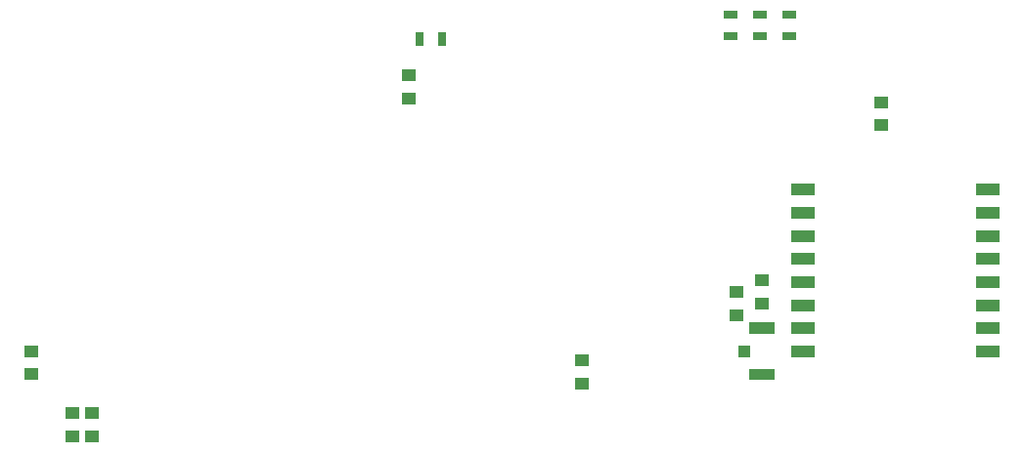
<source format=gbr>
G04 #@! TF.FileFunction,Paste,Bot*
%FSLAX46Y46*%
G04 Gerber Fmt 4.6, Leading zero omitted, Abs format (unit mm)*
G04 Created by KiCad (PCBNEW 4.0.7) date 01/31/18 14:54:27*
%MOMM*%
%LPD*%
G01*
G04 APERTURE LIST*
%ADD10C,0.100000*%
%ADD11R,1.250000X1.000000*%
%ADD12R,2.000000X1.000000*%
%ADD13R,0.700000X1.300000*%
%ADD14R,1.300000X0.700000*%
G04 APERTURE END LIST*
D10*
G36*
X167495400Y-114615600D02*
X165295400Y-114615600D01*
X165295400Y-113615600D01*
X167495400Y-113615600D01*
X167495400Y-114615600D01*
X167495400Y-114615600D01*
G37*
G36*
X167495400Y-110615600D02*
X165295400Y-110615600D01*
X165295400Y-109615600D01*
X167495400Y-109615600D01*
X167495400Y-110615600D01*
X167495400Y-110615600D01*
G37*
G36*
X165395400Y-112615600D02*
X164395400Y-112615600D01*
X164395400Y-111615600D01*
X165395400Y-111615600D01*
X165395400Y-112615600D01*
X165395400Y-112615600D01*
G37*
D11*
X108458000Y-117465600D03*
X108458000Y-119465600D03*
X106705400Y-117491000D03*
X106705400Y-119491000D03*
X135813800Y-90154000D03*
X135813800Y-88154000D03*
X103200200Y-114106200D03*
X103200200Y-112106200D03*
X166395400Y-105934000D03*
X166395400Y-107934000D03*
X164185600Y-106975400D03*
X164185600Y-108975400D03*
X176733200Y-92516200D03*
X176733200Y-90516200D03*
X150876000Y-112893600D03*
X150876000Y-114893600D03*
D12*
X185977800Y-98105200D03*
X185977800Y-100105200D03*
X185977800Y-102105200D03*
X185977800Y-104105200D03*
X185977800Y-106105200D03*
X185977800Y-108105200D03*
X185977800Y-110105200D03*
X185977800Y-112105200D03*
X169977800Y-112105200D03*
X169977800Y-110105200D03*
X169977800Y-108105200D03*
X169977800Y-106105200D03*
X169977800Y-104105200D03*
X169977800Y-102105200D03*
X169977800Y-100105200D03*
X169977800Y-98105200D03*
D13*
X136794200Y-85039200D03*
X138694200Y-85039200D03*
D14*
X163728400Y-84795400D03*
X163728400Y-82895400D03*
X166217600Y-84795400D03*
X166217600Y-82895400D03*
X168757600Y-84795400D03*
X168757600Y-82895400D03*
M02*

</source>
